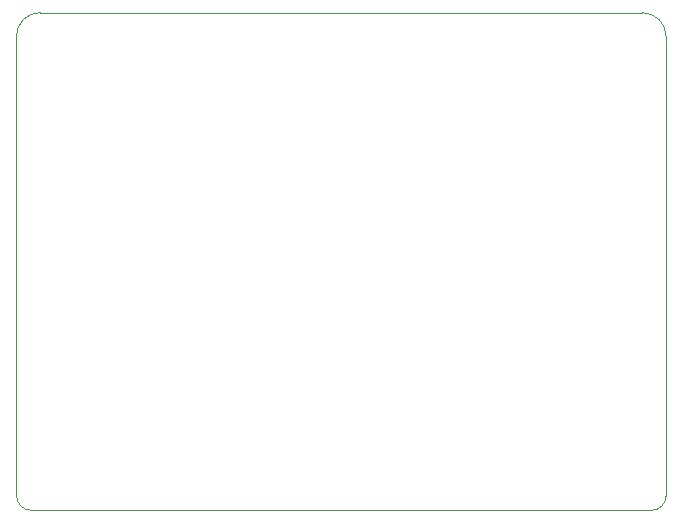
<source format=gbr>
%TF.GenerationSoftware,Altium Limited,Altium Designer,20.1.12 (249)*%
G04 Layer_Color=0*
%FSLAX26Y26*%
%MOIN*%
%TF.SameCoordinates,4EBFCD2D-B14F-4313-BC4F-D652A0771492*%
%TF.FilePolarity,Positive*%
%TF.FileFunction,Profile,NP*%
%TF.Part,Single*%
G01*
G75*
%TA.AperFunction,Profile*%
%ADD28C,0.001000*%
D28*
X55138Y5000D02*
G02*
X5000Y55138I0J50138D01*
G01*
X5000Y1585484D01*
X5000D01*
D02*
G02*
X83965Y1664449I78965J0D01*
G01*
X2090782D01*
D02*
G02*
X2170848Y1584383I0J-80066D01*
G01*
X2170512Y1584382D01*
X2170511Y53839D01*
X2170396D01*
D02*
G02*
X2121477Y4920I-48919J0D01*
G01*
X2121475D01*
X55138Y5000D01*
%TF.MD5,82ee51d51f2bcfc21140c242d99eadd5*%
M02*

</source>
